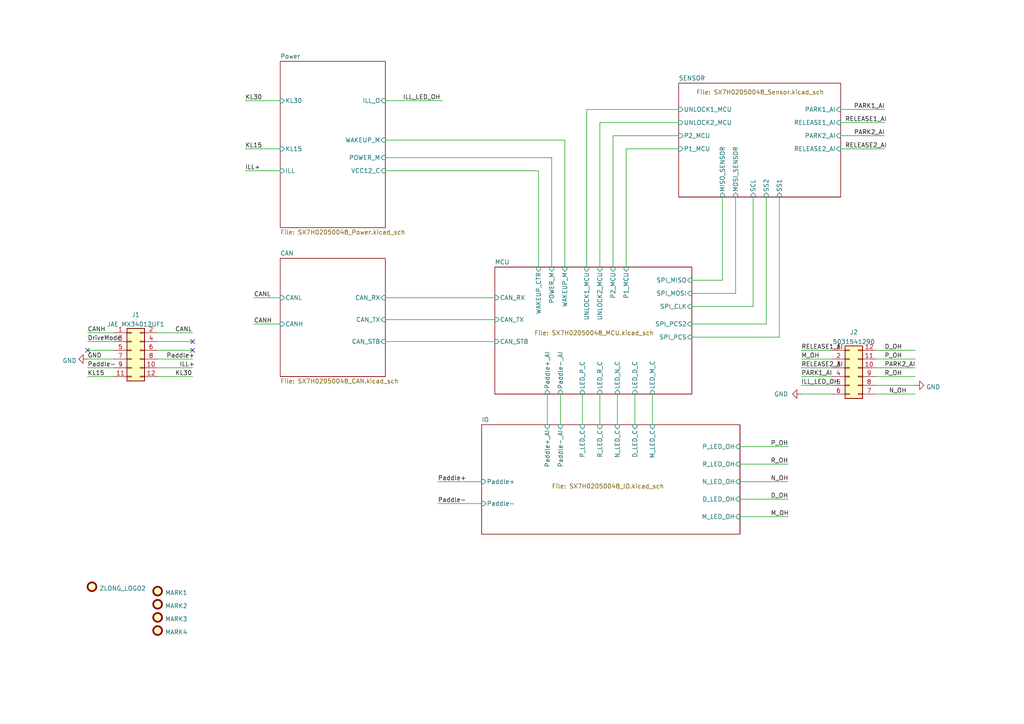
<source format=kicad_sch>
(kicad_sch (version 20211123) (generator eeschema)
  (paper "A4")
  (title_block (title "SX7H SHIFER MIAN SCH") (date "2022-07-18") (rev "V03") (company "宁波正朗汽车零部件有限公司") (comment 1 "批准:") (comment 2 "校准：") (comment 3 "设计：Ethan"))
  (lib_symbols
    (symbol "Connector_Generic:Conn_02x06_Counter_Clockwise" (pin_names (offset 1.016) hide)
      (property "Reference" "J" (at 1.27 7.62 0))
      (property "Value" "Conn_02x06_Counter_Clockwise" (at 1.27 -10.16 0))
      (symbol "Conn_02x06_Counter_Clockwise_1_1"
        (rectangle (start -1.27 -7.493) (end 0 -7.747) (stroke (width 0.1524)))
        (rectangle (start -1.27 -4.953) (end 0 -5.207) (stroke (width 0.1524)))
        (rectangle (start -1.27 -2.413) (end 0 -2.667) (stroke (width 0.1524)))
        (rectangle (start -1.27 0.127) (end 0 -0.127) (stroke (width 0.1524)))
        (rectangle (start -1.27 2.667) (end 0 2.413) (stroke (width 0.1524)))
        (rectangle (start -1.27 5.207) (end 0 4.953) (stroke (width 0.1524)))
        (rectangle (start -1.27 6.35) (end 3.81 -8.89) (stroke (width 0.254)) (fill (type background)))
        (rectangle (start 3.81 -7.493) (end 2.54 -7.747) (stroke (width 0.1524)))
        (rectangle (start 3.81 -4.953) (end 2.54 -5.207) (stroke (width 0.1524)))
        (rectangle (start 3.81 -2.413) (end 2.54 -2.667) (stroke (width 0.1524)))
        (rectangle (start 3.81 0.127) (end 2.54 -0.127) (stroke (width 0.1524)))
        (rectangle (start 3.81 2.667) (end 2.54 2.413) (stroke (width 0.1524)))
        (rectangle (start 3.81 5.207) (end 2.54 4.953) (stroke (width 0.1524)))
        (pin passive line (at -5.08 5.08 0) (length 3.81) (name "Pin_1") (number "1"))
        (pin passive line (at 7.62 0 180) (length 3.81) (name "Pin_10") (number "10"))
        (pin passive line (at 7.62 2.54 180) (length 3.81) (name "Pin_11") (number "11"))
        (pin passive line (at 7.62 5.08 180) (length 3.81) (name "Pin_12") (number "12"))
        (pin passive line (at -5.08 2.54 0) (length 3.81) (name "Pin_2") (number "2"))
        (pin passive line (at -5.08 0 0) (length 3.81) (name "Pin_3") (number "3"))
        (pin passive line (at -5.08 -2.54 0) (length 3.81) (name "Pin_4") (number "4"))
        (pin passive line (at -5.08 -5.08 0) (length 3.81) (name "Pin_5") (number "5"))
        (pin passive line (at -5.08 -7.62 0) (length 3.81) (name "Pin_6") (number "6"))
        (pin passive line (at 7.62 -7.62 180) (length 3.81) (name "Pin_7") (number "7"))
        (pin passive line (at 7.62 -5.08 180) (length 3.81) (name "Pin_8") (number "8"))
        (pin passive line (at 7.62 -2.54 180) (length 3.81) (name "Pin_9") (number "9"))
      )
    )
    (symbol "Connector_Generic:Conn_02x06_Odd_Even" (pin_names (offset 1.016) hide)
      (property "Reference" "J" (at 1.27 7.62 0))
      (property "Value" "Conn_02x06_Odd_Even" (at 1.27 -10.16 0))
      (symbol "Conn_02x06_Odd_Even_1_1"
        (rectangle (start -1.27 -7.493) (end 0 -7.747) (stroke (width 0.1524)))
        (rectangle (start -1.27 -4.953) (end 0 -5.207) (stroke (width 0.1524)))
        (rectangle (start -1.27 -2.413) (end 0 -2.667) (stroke (width 0.1524)))
        (rectangle (start -1.27 0.127) (end 0 -0.127) (stroke (width 0.1524)))
        (rectangle (start -1.27 2.667) (end 0 2.413) (stroke (width 0.1524)))
        (rectangle (start -1.27 5.207) (end 0 4.953) (stroke (width 0.1524)))
        (rectangle (start -1.27 6.35) (end 3.81 -8.89) (stroke (width 0.254)) (fill (type background)))
        (rectangle (start 3.81 -7.493) (end 2.54 -7.747) (stroke (width 0.1524)))
        (rectangle (start 3.81 -4.953) (end 2.54 -5.207) (stroke (width 0.1524)))
        (rectangle (start 3.81 -2.413) (end 2.54 -2.667) (stroke (width 0.1524)))
        (rectangle (start 3.81 0.127) (end 2.54 -0.127) (stroke (width 0.1524)))
        (rectangle (start 3.81 2.667) (end 2.54 2.413) (stroke (width 0.1524)))
        (rectangle (start 3.81 5.207) (end 2.54 4.953) (stroke (width 0.1524)))
        (pin passive line (at -5.08 5.08 0) (length 3.81) (name "Pin_1") (number "1"))
        (pin passive line (at 7.62 -5.08 180) (length 3.81) (name "Pin_10") (number "10"))
        (pin passive line (at -5.08 -7.62 0) (length 3.81) (name "Pin_11") (number "11"))
        (pin passive line (at 7.62 -7.62 180) (length 3.81) (name "Pin_12") (number "12"))
        (pin passive line (at 7.62 5.08 180) (length 3.81) (name "Pin_2") (number "2"))
        (pin passive line (at -5.08 2.54 0) (length 3.81) (name "Pin_3") (number "3"))
        (pin passive line (at 7.62 2.54 180) (length 3.81) (name "Pin_4") (number "4"))
        (pin passive line (at -5.08 0 0) (length 3.81) (name "Pin_5") (number "5"))
        (pin passive line (at 7.62 0 180) (length 3.81) (name "Pin_6") (number "6"))
        (pin passive line (at -5.08 -2.54 0) (length 3.81) (name "Pin_7") (number "7"))
        (pin passive line (at 7.62 -2.54 180) (length 3.81) (name "Pin_8") (number "8"))
        (pin passive line (at -5.08 -5.08 0) (length 3.81) (name "Pin_9") (number "9"))
      )
    )
    (symbol "Mechanical:Fiducial"
      (property "Reference" "FID" (at 0 5.08 0))
      (property "Value" "Fiducial" (at 0 3.175 0))
      (symbol "Fiducial_0_1"
        (circle (center 0 0) (radius 1.27) (stroke (width 0.508)) (fill (type background)))
      )
    )
    (symbol "power:GND" (power) (pin_names (offset 0))
      (property "Value" "GND" (at 0 -3.81 0))
      (symbol "GND_0_1"
        (polyline (pts (xy 0 0) (xy 0 -1.27) (xy 1.27 -1.27) (xy 0 -2.54) (xy -1.27 -1.27) (xy 0 -1.27)))
      )
      (symbol "GND_1_1"
        (pin power_in line (at 0 0 270) (length 0) hide (name "GND") (number "1"))
      )
    )
  )
  (no_connect (at 25.4 101.6))
  (no_connect (at 55.88 99.06))
  (no_connect (at 55.88 101.6))
  (wire (pts (xy 218.44 57.15) (xy 218.44 88.9)))
  (wire (pts (xy 243.84 39.37) (xy 256.54 39.37)))
  (wire (pts (xy 111.76 49.53) (xy 156.21 49.53)))
  (wire (pts (xy 25.4 109.22) (xy 33.02 109.22)))
  (wire (pts (xy 243.84 35.56) (xy 256.54 35.56)))
  (wire (pts (xy 232.41 106.68) (xy 241.3 106.68)))
  (wire (pts (xy 173.99 114.3) (xy 173.99 123.19)))
  (wire (pts (xy 200.66 85.09) (xy 213.36 85.09)))
  (wire (pts (xy 243.84 43.18) (xy 256.54 43.18)))
  (wire (pts (xy 158.75 114.3) (xy 158.75 123.19)))
  (wire (pts (xy 71.12 49.53) (xy 81.28 49.53)))
  (wire (pts (xy 254 101.6) (xy 265.43 101.6)))
  (wire (pts (xy 214.63 149.86) (xy 228.6 149.86)))
  (wire (pts (xy 127 146.05) (xy 139.7 146.05)))
  (wire (pts (xy 45.72 106.68) (xy 55.88 106.68)))
  (wire (pts (xy 232.41 104.14) (xy 241.3 104.14)))
  (wire (pts (xy 45.72 101.6) (xy 55.88 101.6)))
  (wire (pts (xy 25.4 96.52) (xy 33.02 96.52)))
  (wire (pts (xy 168.91 114.3) (xy 168.91 123.19)))
  (wire (pts (xy 45.72 109.22) (xy 55.88 109.22)))
  (wire (pts (xy 111.76 92.71) (xy 143.51 92.71)))
  (wire (pts (xy 232.41 111.76) (xy 241.3 111.76)))
  (wire (pts (xy 254 111.76) (xy 265.43 111.76)))
  (wire (pts (xy 181.61 43.18) (xy 181.61 77.47)))
  (wire (pts (xy 181.61 43.18) (xy 196.85 43.18)))
  (wire (pts (xy 156.21 77.47) (xy 156.21 49.53)))
  (wire (pts (xy 160.02 45.72) (xy 111.76 45.72)))
  (wire (pts (xy 160.02 77.47) (xy 160.02 45.72)))
  (wire (pts (xy 111.76 86.36) (xy 143.51 86.36)))
  (wire (pts (xy 71.12 29.21) (xy 81.28 29.21)))
  (wire (pts (xy 45.72 99.06) (xy 55.88 99.06)))
  (wire (pts (xy 173.99 35.56) (xy 196.85 35.56)))
  (wire (pts (xy 173.99 77.47) (xy 173.99 35.56)))
  (wire (pts (xy 73.66 86.36) (xy 81.28 86.36)))
  (wire (pts (xy 209.55 57.15) (xy 209.55 81.28)))
  (wire (pts (xy 232.41 109.22) (xy 241.3 109.22)))
  (wire (pts (xy 71.12 43.18) (xy 81.28 43.18)))
  (wire (pts (xy 214.63 139.7) (xy 228.6 139.7)))
  (wire (pts (xy 73.66 93.98) (xy 81.28 93.98)))
  (wire (pts (xy 179.07 114.3) (xy 179.07 123.19)))
  (wire (pts (xy 177.8 39.37) (xy 196.85 39.37)))
  (wire (pts (xy 177.8 77.47) (xy 177.8 39.37)))
  (wire (pts (xy 243.84 31.75) (xy 256.54 31.75)))
  (wire (pts (xy 111.76 29.21) (xy 128.27 29.21)))
  (wire (pts (xy 214.63 129.54) (xy 228.6 129.54)))
  (wire (pts (xy 214.63 134.62) (xy 228.6 134.62)))
  (wire (pts (xy 222.25 57.15) (xy 222.25 93.98)))
  (wire (pts (xy 184.15 114.3) (xy 184.15 123.19)))
  (wire (pts (xy 254 114.3) (xy 265.43 114.3)))
  (wire (pts (xy 25.4 101.6) (xy 33.02 101.6)))
  (wire (pts (xy 111.76 99.06) (xy 143.51 99.06)))
  (wire (pts (xy 254 109.22) (xy 265.43 109.22)))
  (wire (pts (xy 25.4 106.68) (xy 33.02 106.68)))
  (wire (pts (xy 254 104.14) (xy 265.43 104.14)))
  (wire (pts (xy 45.72 104.14) (xy 55.88 104.14)))
  (wire (pts (xy 162.56 114.3) (xy 162.56 123.19)))
  (wire (pts (xy 189.23 114.3) (xy 189.23 123.19)))
  (wire (pts (xy 232.41 114.3) (xy 241.3 114.3)))
  (wire (pts (xy 200.66 97.79) (xy 226.06 97.79)))
  (wire (pts (xy 25.4 104.14) (xy 33.02 104.14)))
  (wire (pts (xy 111.76 40.64) (xy 163.83 40.64)))
  (wire (pts (xy 163.83 40.64) (xy 163.83 77.47)))
  (wire (pts (xy 200.66 81.28) (xy 209.55 81.28)))
  (wire (pts (xy 254 106.68) (xy 265.43 106.68)))
  (wire (pts (xy 25.4 99.06) (xy 33.02 99.06)))
  (wire (pts (xy 232.41 101.6) (xy 241.3 101.6)))
  (wire (pts (xy 213.36 57.15) (xy 213.36 85.09)))
  (wire (pts (xy 170.18 31.75) (xy 196.85 31.75)))
  (wire (pts (xy 170.18 77.47) (xy 170.18 31.75)))
  (wire (pts (xy 214.63 144.78) (xy 228.6 144.78)))
  (wire (pts (xy 226.06 57.15) (xy 226.06 97.79)))
  (wire (pts (xy 200.66 93.98) (xy 222.25 93.98)))
  (wire (pts (xy 45.72 96.52) (xy 55.88 96.52)))
  (wire (pts (xy 200.66 88.9) (xy 218.44 88.9)))
  (wire (pts (xy 127 139.7) (xy 139.7 139.7)))
  (label "RELEASE2_AI" (at 245.11 43.18 0))
  (label "PARK1_AI" (at 247.65 31.75 0))
  (label "P_OH" (at 223.52 129.54 0))
  (label "PARK1_AI" (at 232.41 109.22 0))
  (label "P_OH" (at 256.54 104.14 0))
  (label "KL30" (at 50.8 109.22 0))
  (label "RELEASE2_AI" (at 232.41 106.68 0))
  (label "D_OH" (at 256.54 101.6 0))
  (label "Paddle-" (at 127 146.05 0))
  (label "N_OH" (at 257.81 114.3 0))
  (label "GND" (at 25.4 104.14 0))
  (label "M_OH" (at 232.41 104.14 0))
  (label "ILL+" (at 52.07 106.68 0))
  (label "CANL" (at 50.8 96.52 0))
  (label "DriveMode" (at 25.4 99.06 0))
  (label "ILL_LED_OH" (at 116.84 29.21 0))
  (label "PARK2_AI" (at 256.54 106.68 0))
  (label "CANH" (at 25.4 96.52 0))
  (label "Paddle-" (at 25.4 106.68 0))
  (label "M_OH" (at 223.52 149.86 0))
  (label "R_OH" (at 256.54 109.22 0))
  (label "N_OH" (at 223.52 139.7 0))
  (label "Paddle+" (at 127 139.7 0))
  (label "ILL_LED_OH" (at 232.41 111.76 0))
  (label "KL30" (at 71.12 29.21 0))
  (label "CANH" (at 73.66 93.98 0))
  (label "RELEASE1_AI" (at 245.11 35.56 0))
  (label "ILL+" (at 71.12 49.53 0))
  (label "R_OH" (at 223.52 134.62 0))
  (label "KL15" (at 71.12 43.18 0))
  (label "KL15" (at 25.4 109.22 0))
  (label "Paddle+" (at 48.26 104.14 0))
  (label "RELEASE1_AI" (at 232.41 101.6 0))
  (label "CANL" (at 73.66 86.36 0))
  (label "PARK2_AI" (at 247.65 39.37 0))
  (label "D_OH" (at 223.52 144.78 0))
  (symbol (lib_id "Connector_Generic:Conn_02x06_Counter_Clockwise") (at 246.38 106.68 0) (unit 1)
    (property "Reference" "J2" (at 247.65 96.3635 0))
    (property "Value" "5031541290" (at 247.65 99.1386 0))
    (property "Footprint" "GODPP:5031541290" (effects hide))
    (property "Description" "CONN RCPT 12P 0.059 TIN SMD R/A" (effects hide))
    (property "Manufacturer" "Molex" (effects hide))
    (property "Manufacturer Product Number" "5031541290" (effects hide))
    (property "Descriptions" "CONN RCPT 12P 0.059 TIN SMD R/A" (effects hide))
  )
  (symbol (lib_id "power:GND") (at 265.43 111.76 90) (unit 1)
    (property "Reference" "#PWR0103" (effects hide))
    (property "Value" "GND" (at 268.605 112.239 90) (effects (justify right)))
  )
  (symbol (lib_id "Mechanical:Fiducial") (at 26.67 170.18 0) (mirror y) (unit 1)
    (property "Reference" "ZLONG_LOGO2" (at 28.829 170.659 0) (effects (justify right)))
    (property "Value" "Fiducial" (effects hide))
    (property "Footprint" "GODPP:ZLONG" (effects hide))
  )
  (symbol (lib_id "Mechanical:Fiducial") (at 45.72 171.45 0) (unit 1)
    (property "Reference" "MARK1" (at 47.879 171.929 0) (effects (justify left)))
    (property "Value" "Fiducial" (effects hide))
    (property "Footprint" "Fiducial:Fiducial_1mm_Mask2mm" (effects hide))
  )
  (symbol (lib_id "Mechanical:Fiducial") (at 45.72 182.88 0) (unit 1)
    (property "Reference" "MARK4" (at 47.879 183.359 0) (effects (justify left)))
    (property "Value" "Fiducial" (effects hide))
    (property "Footprint" "Fiducial:Fiducial_1mm_Mask2mm" (effects hide))
  )
  (symbol (lib_id "power:GND") (at 25.4 104.14 270) (unit 1)
    (property "Reference" "#PWR0101" (effects hide))
    (property "Value" "GND" (at 22.225 104.619 90) (effects (justify right)))
  )
  (symbol (lib_id "Mechanical:Fiducial") (at 45.72 179.07 0) (unit 1)
    (property "Reference" "MARK3" (at 47.879 179.549 0) (effects (justify left)))
    (property "Value" "Fiducial" (effects hide))
    (property "Footprint" "Fiducial:Fiducial_1mm_Mask2mm" (effects hide))
  )
  (symbol (lib_id "power:GND") (at 232.41 114.3 270) (unit 1)
    (property "Reference" "#PWR0102" (effects hide))
    (property "Value" "GND" (at 228.6 114.2999 90) (effects (justify right)))
  )
  (symbol (lib_id "Mechanical:Fiducial") (at 45.72 175.26 0) (unit 1)
    (property "Reference" "MARK2" (at 47.879 175.739 0) (effects (justify left)))
    (property "Value" "Fiducial" (effects hide))
    (property "Footprint" "Fiducial:Fiducial_1mm_Mask2mm" (effects hide))
  )
  (symbol (lib_id "Connector_Generic:Conn_02x06_Odd_Even") (at 38.1 101.6 0) (unit 1)
    (property "Reference" "J1" (at 39.37 91.2835 0))
    (property "Value" "JAE MX34012UF1" (at 39.37 94.0586 0))
    (property "Footprint" "GODPP:MX34012UF1" (effects hide))
    (property "Description" "CONN HEADER VERT 12POS 2.2MM" (effects hide))
    (property "Manufacturer" "JAE Electronics" (effects hide))
    (property "Manufacturer Product Number" "MX34012UF1" (effects hide))
    (property "Descriptions" "CONN HEADER VERT 12POS 2.2MM" (effects hide))
  )
  (sheet (at 139.7 123.19) (size 74.93 31.75) (stroke (width 0.1524))
    (property "Sheet name" "IO" (at 139.7 122.4784 0) (effects (justify left bottom)))
    (property "Sheet file" "SX7H02050048_IO.kicad_sch" (at 160.02 140.2846 0) (effects (justify left top)))
    (pin "Paddle+_AI" input (at 158.75 123.19 90))
    (pin "Paddle-_AI" input (at 162.56 123.19 90))
    (pin "Paddle+" input (at 139.7 139.7 180))
    (pin "Paddle-" input (at 139.7 146.05 180))
    (pin "P_LED_OH" input (at 214.63 129.54 0))
    (pin "P_LED_C" input (at 168.91 123.19 90))
    (pin "N_LED_OH" input (at 214.63 139.7 0))
    (pin "N_LED_C" input (at 179.07 123.19 90))
    (pin "D_LED_OH" input (at 214.63 144.78 0))
    (pin "D_LED_C" input (at 184.15 123.19 90))
    (pin "R_LED_OH" input (at 214.63 134.62 0))
    (pin "R_LED_C" input (at 173.99 123.19 90))
    (pin "M_LED_OH" input (at 214.63 149.86 0))
    (pin "M_LED_C" input (at 189.23 123.19 90))
  )
  (sheet (at 81.28 74.93) (size 30.48 34.29) (stroke (width 0.1524))
    (property "Sheet name" "CAN" (at 81.28 74.2184 0) (effects (justify left bottom)))
    (property "Sheet file" "SX7H02050048_CAN.kicad_sch" (at 81.28 109.8046 0) (effects (justify left top)))
    (pin "CAN_RX" input (at 111.76 86.36 0))
    (pin "CAN_TX" input (at 111.76 92.71 0))
    (pin "CAN_STB" input (at 111.76 99.06 0))
    (pin "CANL" input (at 81.28 86.36 180))
    (pin "CANH" input (at 81.28 93.98 180))
  )
  (sheet (at 81.28 17.78) (size 30.48 48.26) (stroke (width 0.1524))
    (property "Sheet name" "Power" (at 81.28 17.0684 0) (effects (justify left bottom)))
    (property "Sheet file" "SX7H02050048_Power.kicad_sch" (at 81.28 66.6246 0) (effects (justify left top)))
    (pin "KL15" input (at 81.28 43.18 180))
    (pin "KL30" input (at 81.28 29.21 180))
    (pin "ILL" input (at 81.28 49.53 180))
    (pin "ILL_O" input (at 111.76 29.21 0))
    (pin "WAKEUP_M" input (at 111.76 40.64 0))
    (pin "VCC12_C" input (at 111.76 49.53 0))
    (pin "POWER_M" input (at 111.76 45.72 0))
  )
  (sheet (at 196.85 24.13) (size 46.99 33.02) (stroke (width 0.1524))
    (property "Sheet name" "SENSOR" (at 196.85 23.4184 0) (effects (justify left bottom)))
    (property "Sheet file" "SX7H02050048_Sensor.kicad_sch" (at 201.93 25.9846 0) (effects (justify left top)))
    (pin "RELEASE1_AI" input (at 243.84 35.56 0))
    (pin "UNLOCK1_MCU" input (at 196.85 31.75 180))
    (pin "PARK1_AI" input (at 243.84 31.75 0))
    (pin "P1_MCU" input (at 196.85 43.18 180))
    (pin "PARK2_AI" input (at 243.84 39.37 0))
    (pin "P2_MCU" input (at 196.85 39.37 180))
    (pin "UNLOCK2_MCU" input (at 196.85 35.56 180))
    (pin "RELEASE2_AI" input (at 243.84 43.18 0))
    (pin "MISO_SENSOR" input (at 209.55 57.15 270))
    (pin "MOSI_SENSOR" input (at 213.36 57.15 270))
    (pin "SS2" input (at 222.25 57.15 270))
    (pin "SCL" input (at 218.44 57.15 270))
    (pin "SS1" input (at 226.06 57.15 270))
  )
  (sheet (at 143.51 77.47) (size 57.15 36.83) (stroke (width 0.1524))
    (property "Sheet name" "MCU" (at 143.51 76.7584 0) (effects (justify left bottom)))
    (property "Sheet file" "SX7H02050048_MCU.kicad_sch" (at 154.94 95.8346 0) (effects (justify left top)))
    (pin "CAN_TX" input (at 143.51 92.71 180))
    (pin "CAN_RX" input (at 143.51 86.36 180))
    (pin "CAN_STB" input (at 143.51 99.06 180))
    (pin "SPI_PCS2" input (at 200.66 93.98 0))
    (pin "SPI_PCS" input (at 200.66 97.79 0))
    (pin "SPI_MISO" input (at 200.66 81.28 0))
    (pin "SPI_MOSI" input (at 200.66 85.09 0))
    (pin "P1_MCU" input (at 181.61 77.47 90))
    (pin "P2_MCU" input (at 177.8 77.47 90))
    (pin "UNLOCK1_MCU" input (at 170.18 77.47 90))
    (pin "UNLOCK2_MCU" input (at 173.99 77.47 90))
    (pin "SPI_CLK" input (at 200.66 88.9 0))
    (pin "WAKEUP_CTR" input (at 156.21 77.47 90))
    (pin "WAKEUP_M" input (at 163.83 77.47 90))
    (pin "LED_N_C" input (at 179.07 114.3 270))
    (pin "LED_D_C" input (at 184.15 114.3 270))
    (pin "LED_P_C" input (at 168.91 114.3 270))
    (pin "LED_R_C" input (at 173.99 114.3 270))
    (pin "LED_M_C" input (at 189.23 114.3 270))
    (pin "Paddle-_AI" input (at 162.56 114.3 270))
    (pin "Paddle+_AI" input (at 158.75 114.3 270))
    (pin "POWER_M" input (at 160.02 77.47 90))
  )
)
</source>
